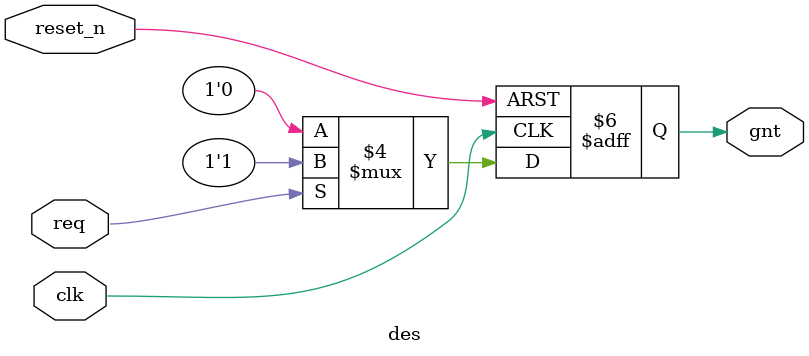
<source format=sv>
`timescale 1ns / 1ps

module des(
	input logic reset_n,
	input logic clk,
	input logic req,
	output logic gnt
);

always @(posedge clk or negedge reset_n) begin
	if(~reset_n)
		gnt <= 0;
	else if (req)
		gnt <= 1;
	else
		gnt <= 0;
	end

	endmodule : des

</source>
